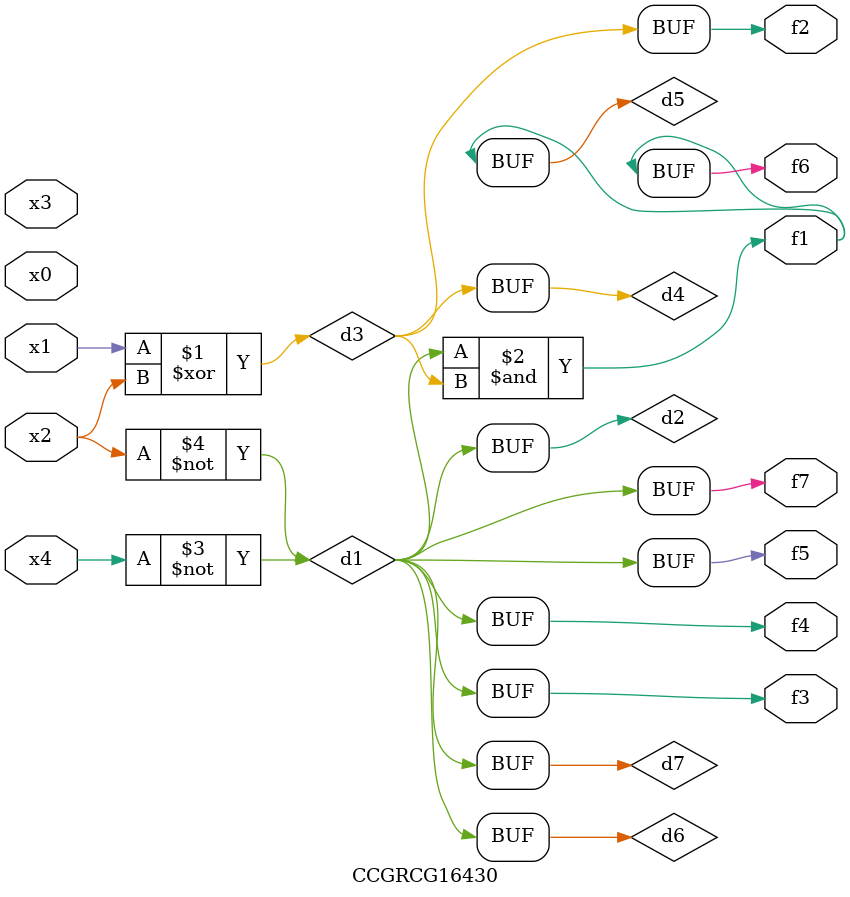
<source format=v>
module CCGRCG16430(
	input x0, x1, x2, x3, x4,
	output f1, f2, f3, f4, f5, f6, f7
);

	wire d1, d2, d3, d4, d5, d6, d7;

	not (d1, x4);
	not (d2, x2);
	xor (d3, x1, x2);
	buf (d4, d3);
	and (d5, d1, d3);
	buf (d6, d1, d2);
	buf (d7, d2);
	assign f1 = d5;
	assign f2 = d4;
	assign f3 = d7;
	assign f4 = d7;
	assign f5 = d7;
	assign f6 = d5;
	assign f7 = d7;
endmodule

</source>
